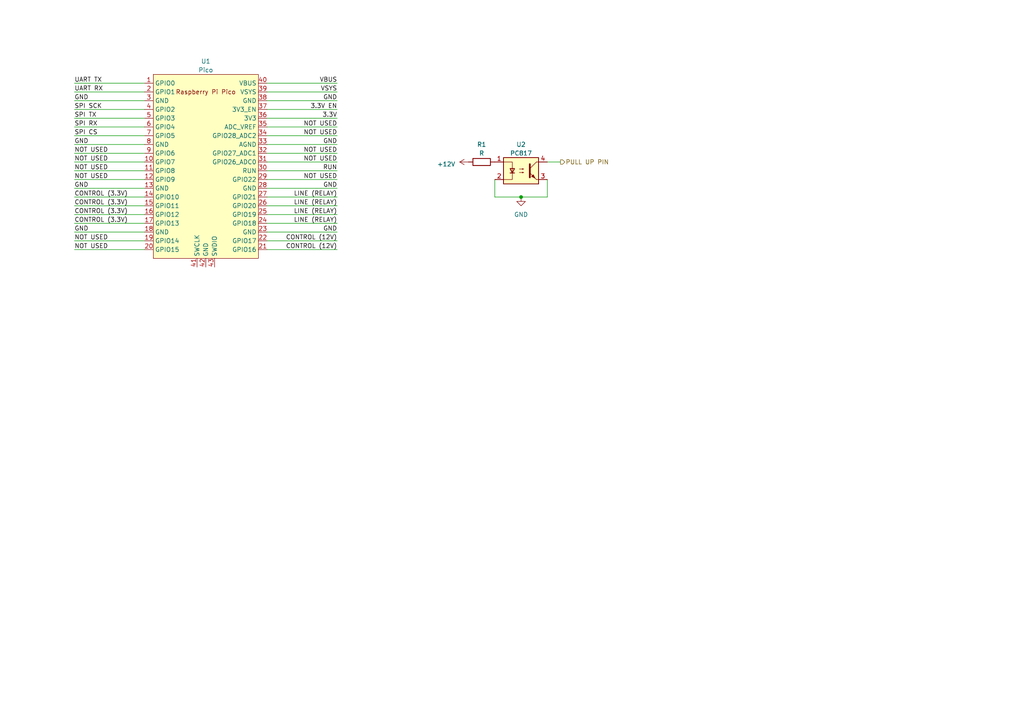
<source format=kicad_sch>
(kicad_sch (version 20230121) (generator eeschema)
  (paper "A4")
  (lib_symbols
    (symbol "Device:R" (pin_numbers hide) (pin_names (offset 0))
      (property "Reference" "R" (at 2.032 0 90))
      (property "Value" "R" (at 0 0 90))
      (symbol "R_0_1"
        (rectangle (start -1.016 -2.54) (end 1.016 2.54) (stroke (width 0.254)))
      )
      (symbol "R_1_1"
        (pin passive line (at 0 3.81 270) (length 1.27) (name "~") (number "1"))
        (pin passive line (at 0 -3.81 90) (length 1.27) (name "~") (number "2"))
      )
    )
    (symbol "Isolator:PC817" (pin_names (offset 1.016))
      (property "Reference" "U" (at -5.08 5.08 0))
      (property "Value" "PC817" (at 0 5.08 0))
      (symbol "PC817_0_1"
        (rectangle (start -5.08 3.81) (end 5.08 -3.81) (stroke (width 0.254)) (fill (type background)))
        (polyline (pts (xy -3.175 -0.635) (xy -1.905 -0.635)) (stroke (width 0.254)))
        (polyline (pts (xy 2.54 0.635) (xy 4.445 2.54)))
        (polyline (pts (xy 4.445 -2.54) (xy 2.54 -0.635)) (fill (type outline)))
        (polyline (pts (xy 4.445 -2.54) (xy 5.08 -2.54)))
        (polyline (pts (xy 4.445 2.54) (xy 5.08 2.54)))
        (polyline (pts (xy -5.08 2.54) (xy -2.54 2.54) (xy -2.54 -0.635)))
        (polyline (pts (xy -2.54 -0.635) (xy -2.54 -2.54) (xy -5.08 -2.54)))
        (polyline (pts (xy 2.54 1.905) (xy 2.54 -1.905) (xy 2.54 -1.905)) (stroke (width 0.508)))
        (polyline (pts (xy -2.54 -0.635) (xy -3.175 0.635) (xy -1.905 0.635) (xy -2.54 -0.635)) (stroke (width 0.254)))
        (polyline (pts (xy -0.508 -0.508) (xy 0.762 -0.508) (xy 0.381 -0.635) (xy 0.381 -0.381) (xy 0.762 -0.508)))
        (polyline (pts (xy -0.508 0.508) (xy 0.762 0.508) (xy 0.381 0.381) (xy 0.381 0.635) (xy 0.762 0.508)))
        (polyline (pts (xy 3.048 -1.651) (xy 3.556 -1.143) (xy 4.064 -2.159) (xy 3.048 -1.651) (xy 3.048 -1.651)) (fill (type outline)))
      )
      (symbol "PC817_1_1"
        (pin passive line (at -7.62 2.54 0) (length 2.54) (name "~") (number "1"))
        (pin passive line (at -7.62 -2.54 0) (length 2.54) (name "~") (number "2"))
        (pin passive line (at 7.62 -2.54 180) (length 2.54) (name "~") (number "3"))
        (pin passive line (at 7.62 2.54 180) (length 2.54) (name "~") (number "4"))
      )
    )
    (symbol "Raspberry Pi:Pico"
      (property "Reference" "U" (at -13.97 27.94 0))
      (property "Value" "Pico" (at 0 19.05 0))
      (symbol "Pico_0_0"
        (text "Raspberry Pi Pico" (at 0 21.59 0) (effects (font (size 1.27 1.27))))
      )
      (symbol "Pico_0_1"
        (rectangle (start -15.24 26.67) (end 15.24 -26.67) (fill (type background)))
      )
      (symbol "Pico_1_1"
        (pin bidirectional line (at -17.78 24.13 0) (length 2.54) (name "GPIO0") (number "1"))
        (pin bidirectional line (at -17.78 1.27 0) (length 2.54) (name "GPIO7") (number "10"))
        (pin bidirectional line (at -17.78 -1.27 0) (length 2.54) (name "GPIO8") (number "11"))
        (pin bidirectional line (at -17.78 -3.81 0) (length 2.54) (name "GPIO9") (number "12"))
        (pin power_in line (at -17.78 -6.35 0) (length 2.54) (name "GND") (number "13"))
        (pin bidirectional line (at -17.78 -8.89 0) (length 2.54) (name "GPIO10") (number "14"))
        (pin bidirectional line (at -17.78 -11.43 0) (length 2.54) (name "GPIO11") (number "15"))
        (pin bidirectional line (at -17.78 -13.97 0) (length 2.54) (name "GPIO12") (number "16"))
        (pin bidirectional line (at -17.78 -16.51 0) (length 2.54) (name "GPIO13") (number "17"))
        (pin power_in line (at -17.78 -19.05 0) (length 2.54) (name "GND") (number "18"))
        (pin bidirectional line (at -17.78 -21.59 0) (length 2.54) (name "GPIO14") (number "19"))
        (pin bidirectional line (at -17.78 21.59 0) (length 2.54) (name "GPIO1") (number "2"))
        (pin bidirectional line (at -17.78 -24.13 0) (length 2.54) (name "GPIO15") (number "20"))
        (pin bidirectional line (at 17.78 -24.13 180) (length 2.54) (name "GPIO16") (number "21"))
        (pin bidirectional line (at 17.78 -21.59 180) (length 2.54) (name "GPIO17") (number "22"))
        (pin power_in line (at 17.78 -19.05 180) (length 2.54) (name "GND") (number "23"))
        (pin bidirectional line (at 17.78 -16.51 180) (length 2.54) (name "GPIO18") (number "24"))
        (pin bidirectional line (at 17.78 -13.97 180) (length 2.54) (name "GPIO19") (number "25"))
        (pin bidirectional line (at 17.78 -11.43 180) (length 2.54) (name "GPIO20") (number "26"))
        (pin bidirectional line (at 17.78 -8.89 180) (length 2.54) (name "GPIO21") (number "27"))
        (pin power_in line (at 17.78 -6.35 180) (length 2.54) (name "GND") (number "28"))
        (pin bidirectional line (at 17.78 -3.81 180) (length 2.54) (name "GPIO22") (number "29"))
        (pin power_in line (at -17.78 19.05 0) (length 2.54) (name "GND") (number "3"))
        (pin input line (at 17.78 -1.27 180) (length 2.54) (name "RUN") (number "30"))
        (pin bidirectional line (at 17.78 1.27 180) (length 2.54) (name "GPIO26_ADC0") (number "31"))
        (pin bidirectional line (at 17.78 3.81 180) (length 2.54) (name "GPIO27_ADC1") (number "32"))
        (pin power_in line (at 17.78 6.35 180) (length 2.54) (name "AGND") (number "33"))
        (pin bidirectional line (at 17.78 8.89 180) (length 2.54) (name "GPIO28_ADC2") (number "34"))
        (pin power_in line (at 17.78 11.43 180) (length 2.54) (name "ADC_VREF") (number "35"))
        (pin power_in line (at 17.78 13.97 180) (length 2.54) (name "3V3") (number "36"))
        (pin input line (at 17.78 16.51 180) (length 2.54) (name "3V3_EN") (number "37"))
        (pin bidirectional line (at 17.78 19.05 180) (length 2.54) (name "GND") (number "38"))
        (pin power_in line (at 17.78 21.59 180) (length 2.54) (name "VSYS") (number "39"))
        (pin bidirectional line (at -17.78 16.51 0) (length 2.54) (name "GPIO2") (number "4"))
        (pin power_in line (at 17.78 24.13 180) (length 2.54) (name "VBUS") (number "40"))
        (pin input line (at -2.54 -29.21 90) (length 2.54) (name "SWCLK") (number "41"))
        (pin power_in line (at 0 -29.21 90) (length 2.54) (name "GND") (number "42"))
        (pin bidirectional line (at 2.54 -29.21 90) (length 2.54) (name "SWDIO") (number "43"))
        (pin bidirectional line (at -17.78 13.97 0) (length 2.54) (name "GPIO3") (number "5"))
        (pin bidirectional line (at -17.78 11.43 0) (length 2.54) (name "GPIO4") (number "6"))
        (pin bidirectional line (at -17.78 8.89 0) (length 2.54) (name "GPIO5") (number "7"))
        (pin power_in line (at -17.78 6.35 0) (length 2.54) (name "GND") (number "8"))
        (pin bidirectional line (at -17.78 3.81 0) (length 2.54) (name "GPIO6") (number "9"))
      )
    )
    (symbol "power:+12V" (power) (pin_names (offset 0))
      (property "Value" "+12V" (at 0 3.556 0))
      (symbol "+12V_0_1"
        (polyline (pts (xy -0.762 1.27) (xy 0 2.54)))
        (polyline (pts (xy 0 0) (xy 0 2.54)))
        (polyline (pts (xy 0 2.54) (xy 0.762 1.27)))
      )
      (symbol "+12V_1_1"
        (pin power_in line (at 0 0 90) (length 0) hide (name "+12V") (number "1"))
      )
    )
    (symbol "power:GND" (power) (pin_names (offset 0))
      (property "Value" "GND" (at 0 -3.81 0))
      (symbol "GND_0_1"
        (polyline (pts (xy 0 0) (xy 0 -1.27) (xy 1.27 -1.27) (xy 0 -2.54) (xy -1.27 -1.27) (xy 0 -1.27)))
      )
      (symbol "GND_1_1"
        (pin power_in line (at 0 0 270) (length 0) hide (name "GND") (number "1"))
      )
    )
  )
  (junction (at 151.13 57.15))
  (wire (pts (xy 77.47 36.83) (xy 97.79 36.83)))
  (wire (pts (xy 21.59 39.37) (xy 41.91 39.37)))
  (wire (pts (xy 77.47 57.15) (xy 97.79 57.15)))
  (wire (pts (xy 21.59 44.45) (xy 41.91 44.45)))
  (wire (pts (xy 21.59 34.29) (xy 41.91 34.29)))
  (wire (pts (xy 21.59 52.07) (xy 41.91 52.07)))
  (wire (pts (xy 21.59 29.21) (xy 41.91 29.21)))
  (wire (pts (xy 77.47 46.99) (xy 97.79 46.99)))
  (wire (pts (xy 77.47 62.23) (xy 97.79 62.23)))
  (wire (pts (xy 77.47 72.39) (xy 97.79 72.39)))
  (wire (pts (xy 77.47 49.53) (xy 97.79 49.53)))
  (wire (pts (xy 77.47 67.31) (xy 97.79 67.31)))
  (wire (pts (xy 21.59 49.53) (xy 41.91 49.53)))
  (wire (pts (xy 21.59 26.67) (xy 41.91 26.67)))
  (wire (pts (xy 77.47 34.29) (xy 97.79 34.29)))
  (wire (pts (xy 77.47 39.37) (xy 97.79 39.37)))
  (wire (pts (xy 21.59 72.39) (xy 41.91 72.39)))
  (wire (pts (xy 143.51 57.15) (xy 151.13 57.15)))
  (wire (pts (xy 21.59 41.91) (xy 41.91 41.91)))
  (wire (pts (xy 77.47 24.13) (xy 97.79 24.13)))
  (wire (pts (xy 77.47 41.91) (xy 97.79 41.91)))
  (wire (pts (xy 77.47 59.69) (xy 97.79 59.69)))
  (wire (pts (xy 158.75 46.99) (xy 162.56 46.99)))
  (wire (pts (xy 77.47 54.61) (xy 97.79 54.61)))
  (wire (pts (xy 21.59 54.61) (xy 41.91 54.61)))
  (wire (pts (xy 77.47 69.85) (xy 97.79 69.85)))
  (wire (pts (xy 77.47 64.77) (xy 97.79 64.77)))
  (wire (pts (xy 21.59 69.85) (xy 41.91 69.85)))
  (wire (pts (xy 21.59 67.31) (xy 41.91 67.31)))
  (wire (pts (xy 158.75 52.07) (xy 158.75 57.15)))
  (wire (pts (xy 77.47 26.67) (xy 97.79 26.67)))
  (wire (pts (xy 158.75 57.15) (xy 151.13 57.15)))
  (wire (pts (xy 77.47 31.75) (xy 97.79 31.75)))
  (wire (pts (xy 77.47 52.07) (xy 97.79 52.07)))
  (wire (pts (xy 21.59 24.13) (xy 41.91 24.13)))
  (wire (pts (xy 21.59 46.99) (xy 41.91 46.99)))
  (wire (pts (xy 21.59 64.77) (xy 41.91 64.77)))
  (wire (pts (xy 143.51 52.07) (xy 143.51 57.15)))
  (wire (pts (xy 21.59 31.75) (xy 41.91 31.75)))
  (wire (pts (xy 21.59 57.15) (xy 41.91 57.15)))
  (wire (pts (xy 77.47 44.45) (xy 97.79 44.45)))
  (wire (pts (xy 21.59 59.69) (xy 41.91 59.69)))
  (wire (pts (xy 77.47 29.21) (xy 97.79 29.21)))
  (wire (pts (xy 21.59 36.83) (xy 41.91 36.83)))
  (wire (pts (xy 21.59 62.23) (xy 41.91 62.23)))
  (label "NOT USED" (at 97.79 39.37 180))
  (label "SPI TX" (at 21.59 34.29 0))
  (label "GND" (at 21.59 67.31 0))
  (label "GND" (at 21.59 54.61 0))
  (label "GND" (at 97.79 67.31 180))
  (label "UART TX" (at 21.59 24.13 0))
  (label "VBUS" (at 97.79 24.13 180))
  (label "CONTROL (3.3V)" (at 21.59 57.15 0))
  (label "UART RX" (at 21.59 26.67 0))
  (label "NOT USED" (at 21.59 46.99 0))
  (label "CONTROL (3.3V)" (at 21.59 59.69 0))
  (label "NOT USED" (at 21.59 72.39 0))
  (label "GND" (at 97.79 29.21 180))
  (label "CONTROL (12V)" (at 97.79 72.39 180))
  (label "NOT USED" (at 21.59 52.07 0))
  (label "LINE (RELAY)" (at 97.79 62.23 180))
  (label "LINE (RELAY)" (at 97.79 64.77 180))
  (label "CONTROL (3.3V)" (at 21.59 64.77 0))
  (label "NOT USED" (at 21.59 49.53 0))
  (label "VSYS" (at 97.79 26.67 180))
  (label "NOT USED" (at 97.79 52.07 180))
  (label "NOT USED" (at 21.59 44.45 0))
  (label "LINE (RELAY)" (at 97.79 59.69 180))
  (label "CONTROL (12V)" (at 97.79 69.85 180))
  (label "SPI CS" (at 21.59 39.37 0))
  (label "LINE (RELAY)" (at 97.79 57.15 180))
  (label "GND" (at 97.79 54.61 180))
  (label "GND" (at 97.79 41.91 180))
  (label "NOT USED" (at 97.79 36.83 180))
  (label "RUN" (at 97.79 49.53 180))
  (label "SPI RX" (at 21.59 36.83 0))
  (label "NOT USED" (at 97.79 46.99 180))
  (label "NOT USED" (at 21.59 69.85 0))
  (label "3.3V" (at 97.79 34.29 180))
  (label "3.3V EN" (at 97.79 31.75 180))
  (label "SPI SCK" (at 21.59 31.75 0))
  (label "NOT USED" (at 97.79 44.45 180))
  (label "GND" (at 21.59 29.21 0))
  (label "GND" (at 21.59 41.91 0))
  (label "CONTROL (3.3V)" (at 21.59 62.23 0))
  (hierarchical_label "PULL UP PIN" (shape output) (at 162.56 46.99 0))
  (symbol (lib_id "Raspberry Pi:Pico") (at 59.69 48.26 0) (unit 1)
    (property "Reference" "U1" (at 59.69 17.78 0))
    (property "Value" "Pico" (at 59.69 20.32 0))
    (property "Footprint" "RPi_Pico:RPi_Pico_SMD_TH" (effects hide))
  )
  (symbol (lib_id "power:GND") (at 151.13 57.15 0) (unit 1)
    (property "Reference" "#PWR01" (effects hide))
    (property "Value" "GND" (at 151.13 62.23 0))
  )
  (symbol (lib_id "power:+12V") (at 135.89 46.99 90) (unit 1)
    (property "Reference" "#PWR02" (effects hide))
    (property "Value" "+12V" (at 132.08 47.625 90) (effects (justify left)))
  )
  (symbol (lib_id "Device:R") (at 139.7 46.99 90) (unit 1)
    (property "Reference" "R1" (at 139.7 41.91 90))
    (property "Value" "R" (at 139.7 44.45 90))
  )
  (symbol (lib_id "Isolator:PC817") (at 151.13 49.53 0) (unit 1)
    (property "Reference" "U2" (at 151.13 41.91 0))
    (property "Value" "PC817" (at 151.13 44.45 0))
    (property "Footprint" "Package_DIP:DIP-4_W7.62mm" (effects hide))
    (property "Datasheet" "http://www.soselectronic.cz/a_info/resource/d/pc817.pdf" (effects hide))
  )
)
</source>
